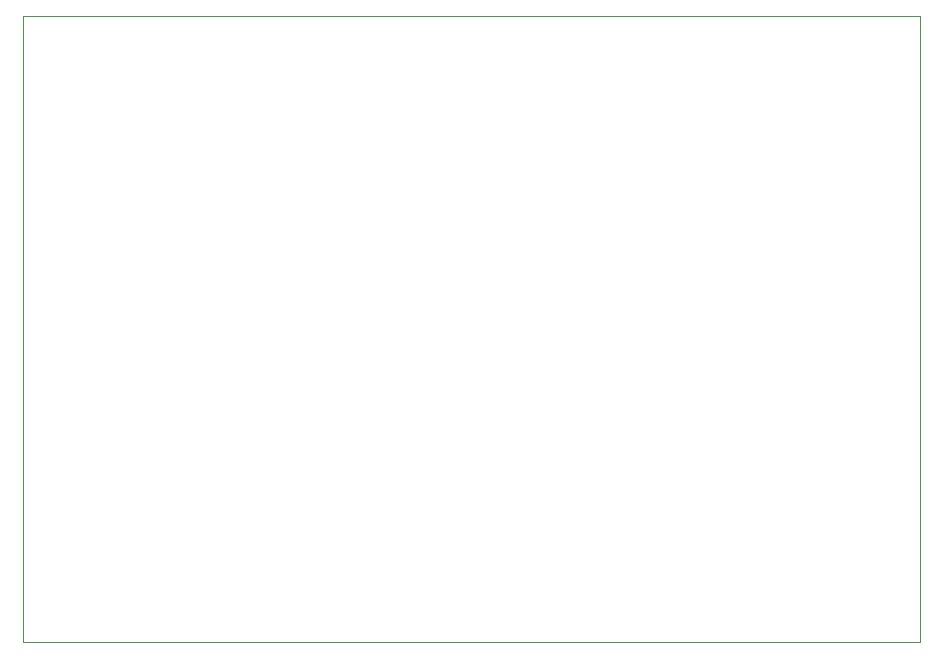
<source format=gbr>
%TF.GenerationSoftware,KiCad,Pcbnew,9.0.0*%
%TF.CreationDate,2025-03-28T15:53:13+02:00*%
%TF.ProjectId,EEE3088F Project PCB,45454533-3038-4384-9620-50726f6a6563,rev?*%
%TF.SameCoordinates,Original*%
%TF.FileFunction,Profile,NP*%
%FSLAX46Y46*%
G04 Gerber Fmt 4.6, Leading zero omitted, Abs format (unit mm)*
G04 Created by KiCad (PCBNEW 9.0.0) date 2025-03-28 15:53:13*
%MOMM*%
%LPD*%
G01*
G04 APERTURE LIST*
%TA.AperFunction,Profile*%
%ADD10C,0.050000*%
%TD*%
G04 APERTURE END LIST*
D10*
X115000000Y-77000000D02*
X191000000Y-77000000D01*
X191000000Y-130000000D01*
X115000000Y-130000000D01*
X115000000Y-77000000D01*
M02*

</source>
